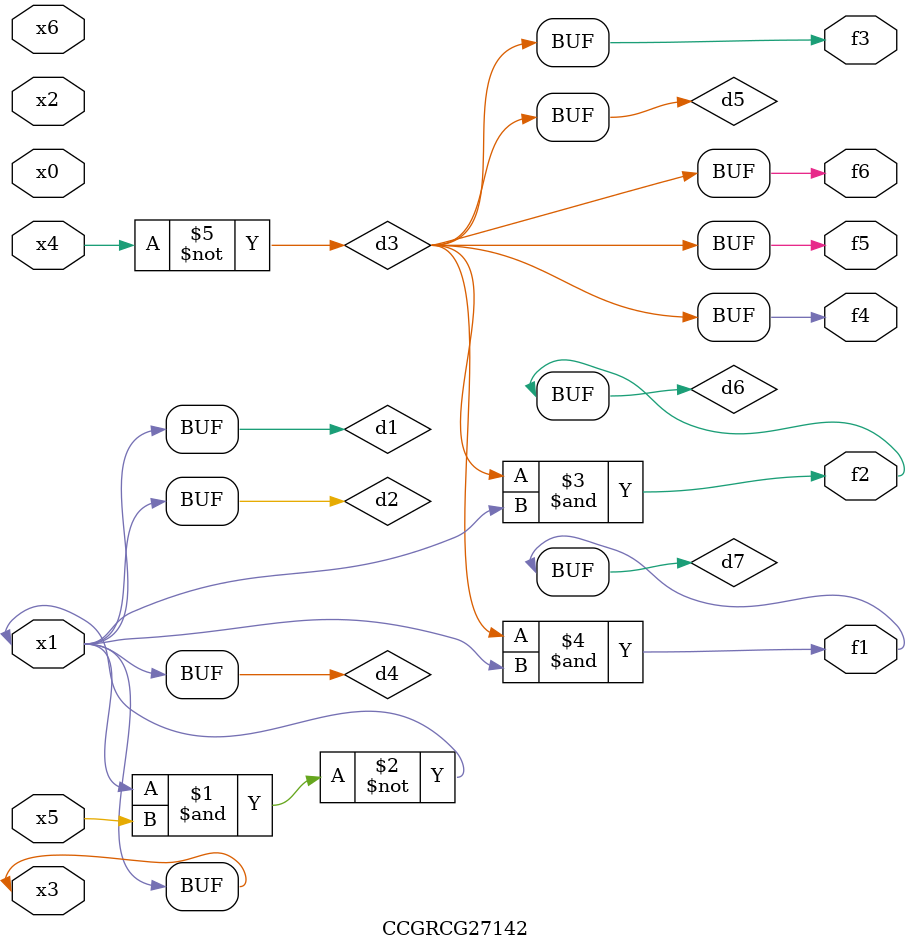
<source format=v>
module CCGRCG27142(
	input x0, x1, x2, x3, x4, x5, x6,
	output f1, f2, f3, f4, f5, f6
);

	wire d1, d2, d3, d4, d5, d6, d7;

	buf (d1, x1, x3);
	nand (d2, x1, x5);
	not (d3, x4);
	buf (d4, d1, d2);
	buf (d5, d3);
	and (d6, d3, d4);
	and (d7, d3, d4);
	assign f1 = d7;
	assign f2 = d6;
	assign f3 = d5;
	assign f4 = d5;
	assign f5 = d5;
	assign f6 = d5;
endmodule

</source>
